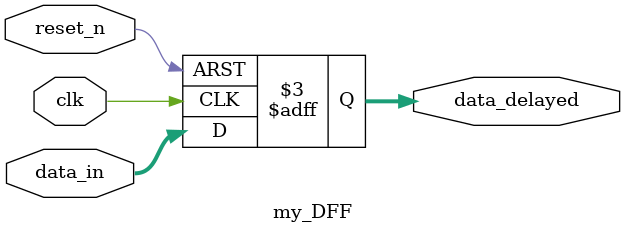
<source format=sv>
module my_DFF (
    clk,
    reset_n,
    data_in,
    data_delayed
);
  parameter N = 24;

  input clk, reset_n;
  input logic signed [N-1:0] data_in;
  output logic signed [N-1:0] data_delayed;

  always_ff @(posedge clk or negedge reset_n) begin
    if (!reset_n) begin
      data_delayed <= 0;
    end else begin
      data_delayed <= data_in;
    end
  end
endmodule

</source>
